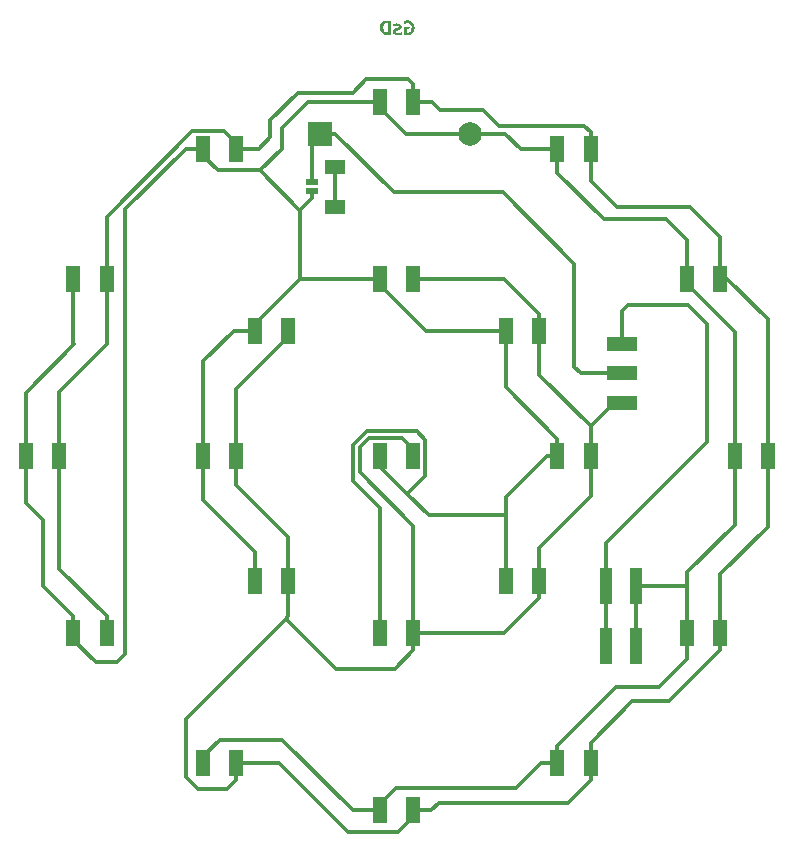
<source format=gbr>
G04 #@! TF.GenerationSoftware,KiCad,Pcbnew,5.1.4+dfsg1-1*
G04 #@! TF.CreationDate,2019-11-28T07:22:53-08:00*
G04 #@! TF.ProjectId,xmas-led-002,786d6173-2d6c-4656-942d-3030322e6b69,v1_00*
G04 #@! TF.SameCoordinates,PX6cd5f04PY3385f10*
G04 #@! TF.FileFunction,Copper,L2,Bot*
G04 #@! TF.FilePolarity,Positive*
%FSLAX46Y46*%
G04 Gerber Fmt 4.6, Leading zero omitted, Abs format (unit mm)*
G04 Created by KiCad (PCBNEW 5.1.4+dfsg1-1) date 2019-11-28 07:22:53*
%MOMM*%
%LPD*%
G04 APERTURE LIST*
%ADD10C,0.010000*%
%ADD11R,1.700000X1.200000*%
%ADD12R,1.000000X0.500000*%
%ADD13R,1.000000X3.150000*%
%ADD14R,2.500000X1.250000*%
%ADD15C,2.000000*%
%ADD16R,2.000000X2.000000*%
%ADD17R,1.200000X2.300000*%
%ADD18C,0.300000*%
G04 APERTURE END LIST*
D10*
G36*
X35067875Y-9117951D02*
G01*
X34928606Y-9121176D01*
X34822148Y-9132258D01*
X34739336Y-9153565D01*
X34671004Y-9187465D01*
X34607988Y-9236328D01*
X34607263Y-9236982D01*
X34537463Y-9316680D01*
X34491446Y-9411702D01*
X34467042Y-9529312D01*
X34462081Y-9676772D01*
X34463569Y-9717983D01*
X34483420Y-9880816D01*
X34527606Y-10011949D01*
X34598352Y-10113287D01*
X34697881Y-10186731D01*
X34828417Y-10234187D01*
X34992184Y-10257556D01*
X35097697Y-10260833D01*
X35284833Y-10260833D01*
X35284833Y-10112667D01*
X35115500Y-10112667D01*
X34993461Y-10112667D01*
X34878528Y-10101347D01*
X34798197Y-10073395D01*
X34716922Y-10007792D01*
X34662272Y-9911724D01*
X34633632Y-9783786D01*
X34628666Y-9686432D01*
X34637680Y-9537941D01*
X34666650Y-9424485D01*
X34718467Y-9342358D01*
X34796024Y-9287852D01*
X34902212Y-9257262D01*
X34969495Y-9249592D01*
X35115500Y-9239145D01*
X35115500Y-10112667D01*
X35284833Y-10112667D01*
X35284833Y-9117833D01*
X35067875Y-9117951D01*
X35067875Y-9117951D01*
G37*
X35067875Y-9117951D02*
X34928606Y-9121176D01*
X34822148Y-9132258D01*
X34739336Y-9153565D01*
X34671004Y-9187465D01*
X34607988Y-9236328D01*
X34607263Y-9236982D01*
X34537463Y-9316680D01*
X34491446Y-9411702D01*
X34467042Y-9529312D01*
X34462081Y-9676772D01*
X34463569Y-9717983D01*
X34483420Y-9880816D01*
X34527606Y-10011949D01*
X34598352Y-10113287D01*
X34697881Y-10186731D01*
X34828417Y-10234187D01*
X34992184Y-10257556D01*
X35097697Y-10260833D01*
X35284833Y-10260833D01*
X35284833Y-10112667D01*
X35115500Y-10112667D01*
X34993461Y-10112667D01*
X34878528Y-10101347D01*
X34798197Y-10073395D01*
X34716922Y-10007792D01*
X34662272Y-9911724D01*
X34633632Y-9783786D01*
X34628666Y-9686432D01*
X34637680Y-9537941D01*
X34666650Y-9424485D01*
X34718467Y-9342358D01*
X34796024Y-9287852D01*
X34902212Y-9257262D01*
X34969495Y-9249592D01*
X35115500Y-9239145D01*
X35115500Y-10112667D01*
X35284833Y-10112667D01*
X35284833Y-9117833D01*
X35067875Y-9117951D01*
G36*
X35714923Y-9365362D02*
G01*
X35645849Y-9376335D01*
X35608274Y-9389240D01*
X35591637Y-9410819D01*
X35585378Y-9447819D01*
X35585349Y-9448117D01*
X35578948Y-9513784D01*
X35737256Y-9503625D01*
X35853946Y-9499711D01*
X35935953Y-9506362D01*
X35989913Y-9524932D01*
X36022462Y-9556779D01*
X36025800Y-9562583D01*
X36036908Y-9615472D01*
X36009213Y-9662882D01*
X35941356Y-9706410D01*
X35882878Y-9730574D01*
X35756514Y-9778376D01*
X35665174Y-9818812D01*
X35603314Y-9856617D01*
X35565389Y-9896522D01*
X35545854Y-9943260D01*
X35539166Y-10001561D01*
X35538833Y-10024217D01*
X35545439Y-10093458D01*
X35571392Y-10143754D01*
X35601715Y-10175589D01*
X35684299Y-10228029D01*
X35795655Y-10263442D01*
X35925079Y-10280087D01*
X36061864Y-10276220D01*
X36142083Y-10263528D01*
X36187864Y-10246303D01*
X36207777Y-10210937D01*
X36212284Y-10180450D01*
X36218985Y-10110834D01*
X36106451Y-10127625D01*
X35955146Y-10143325D01*
X35839036Y-10140191D01*
X35759180Y-10118321D01*
X35725966Y-10092598D01*
X35697747Y-10051874D01*
X35687000Y-10025655D01*
X35706914Y-9986403D01*
X35762814Y-9943922D01*
X35848941Y-9901998D01*
X35908642Y-9880035D01*
X35993412Y-9846019D01*
X36072579Y-9804549D01*
X36122896Y-9769423D01*
X36170077Y-9720880D01*
X36190812Y-9673003D01*
X36195000Y-9614685D01*
X36175942Y-9524150D01*
X36121824Y-9450848D01*
X36037227Y-9397158D01*
X35926730Y-9365460D01*
X35794917Y-9358132D01*
X35714923Y-9365362D01*
X35714923Y-9365362D01*
G37*
X35714923Y-9365362D02*
X35645849Y-9376335D01*
X35608274Y-9389240D01*
X35591637Y-9410819D01*
X35585378Y-9447819D01*
X35585349Y-9448117D01*
X35578948Y-9513784D01*
X35737256Y-9503625D01*
X35853946Y-9499711D01*
X35935953Y-9506362D01*
X35989913Y-9524932D01*
X36022462Y-9556779D01*
X36025800Y-9562583D01*
X36036908Y-9615472D01*
X36009213Y-9662882D01*
X35941356Y-9706410D01*
X35882878Y-9730574D01*
X35756514Y-9778376D01*
X35665174Y-9818812D01*
X35603314Y-9856617D01*
X35565389Y-9896522D01*
X35545854Y-9943260D01*
X35539166Y-10001561D01*
X35538833Y-10024217D01*
X35545439Y-10093458D01*
X35571392Y-10143754D01*
X35601715Y-10175589D01*
X35684299Y-10228029D01*
X35795655Y-10263442D01*
X35925079Y-10280087D01*
X36061864Y-10276220D01*
X36142083Y-10263528D01*
X36187864Y-10246303D01*
X36207777Y-10210937D01*
X36212284Y-10180450D01*
X36218985Y-10110834D01*
X36106451Y-10127625D01*
X35955146Y-10143325D01*
X35839036Y-10140191D01*
X35759180Y-10118321D01*
X35725966Y-10092598D01*
X35697747Y-10051874D01*
X35687000Y-10025655D01*
X35706914Y-9986403D01*
X35762814Y-9943922D01*
X35848941Y-9901998D01*
X35908642Y-9880035D01*
X35993412Y-9846019D01*
X36072579Y-9804549D01*
X36122896Y-9769423D01*
X36170077Y-9720880D01*
X36190812Y-9673003D01*
X36195000Y-9614685D01*
X36175942Y-9524150D01*
X36121824Y-9450848D01*
X36037227Y-9397158D01*
X35926730Y-9365460D01*
X35794917Y-9358132D01*
X35714923Y-9365362D01*
G36*
X36607086Y-9111601D02*
G01*
X36554833Y-9126495D01*
X36503918Y-9150870D01*
X36481122Y-9185795D01*
X36474180Y-9230718D01*
X36470767Y-9281805D01*
X36478415Y-9302905D01*
X36506752Y-9299039D01*
X36562152Y-9276583D01*
X36670584Y-9249130D01*
X36788813Y-9247810D01*
X36898987Y-9271866D01*
X36944829Y-9292806D01*
X37029501Y-9359807D01*
X37086667Y-9450882D01*
X37118224Y-9570261D01*
X37126333Y-9696563D01*
X37113312Y-9850285D01*
X37074186Y-9970724D01*
X37008867Y-10057993D01*
X36917264Y-10112206D01*
X36799286Y-10133477D01*
X36779658Y-10133833D01*
X36705091Y-10132133D01*
X36657980Y-10121764D01*
X36632024Y-10094825D01*
X36620921Y-10043416D01*
X36618372Y-9959636D01*
X36618333Y-9931542D01*
X36618333Y-9754946D01*
X36740041Y-9748598D01*
X36808856Y-9743599D01*
X36846096Y-9734199D01*
X36862508Y-9714996D01*
X36868447Y-9684042D01*
X36875145Y-9625833D01*
X36470166Y-9625833D01*
X36470166Y-10214359D01*
X36538958Y-10238830D01*
X36623914Y-10259276D01*
X36728323Y-10270713D01*
X36835042Y-10272477D01*
X36926923Y-10263902D01*
X36962747Y-10255267D01*
X37086081Y-10196253D01*
X37179842Y-10109079D01*
X37244947Y-9992338D01*
X37282308Y-9844623D01*
X37291352Y-9749879D01*
X37286350Y-9571510D01*
X37251238Y-9422132D01*
X37185254Y-9300230D01*
X37087642Y-9204291D01*
X36988904Y-9146436D01*
X36870441Y-9109896D01*
X36736641Y-9097984D01*
X36607086Y-9111601D01*
X36607086Y-9111601D01*
G37*
X36607086Y-9111601D02*
X36554833Y-9126495D01*
X36503918Y-9150870D01*
X36481122Y-9185795D01*
X36474180Y-9230718D01*
X36470767Y-9281805D01*
X36478415Y-9302905D01*
X36506752Y-9299039D01*
X36562152Y-9276583D01*
X36670584Y-9249130D01*
X36788813Y-9247810D01*
X36898987Y-9271866D01*
X36944829Y-9292806D01*
X37029501Y-9359807D01*
X37086667Y-9450882D01*
X37118224Y-9570261D01*
X37126333Y-9696563D01*
X37113312Y-9850285D01*
X37074186Y-9970724D01*
X37008867Y-10057993D01*
X36917264Y-10112206D01*
X36799286Y-10133477D01*
X36779658Y-10133833D01*
X36705091Y-10132133D01*
X36657980Y-10121764D01*
X36632024Y-10094825D01*
X36620921Y-10043416D01*
X36618372Y-9959636D01*
X36618333Y-9931542D01*
X36618333Y-9754946D01*
X36740041Y-9748598D01*
X36808856Y-9743599D01*
X36846096Y-9734199D01*
X36862508Y-9714996D01*
X36868447Y-9684042D01*
X36875145Y-9625833D01*
X36470166Y-9625833D01*
X36470166Y-10214359D01*
X36538958Y-10238830D01*
X36623914Y-10259276D01*
X36728323Y-10270713D01*
X36835042Y-10272477D01*
X36926923Y-10263902D01*
X36962747Y-10255267D01*
X37086081Y-10196253D01*
X37179842Y-10109079D01*
X37244947Y-9992338D01*
X37282308Y-9844623D01*
X37291352Y-9749879D01*
X37286350Y-9571510D01*
X37251238Y-9422132D01*
X37185254Y-9300230D01*
X37087642Y-9204291D01*
X36988904Y-9146436D01*
X36870441Y-9109896D01*
X36736641Y-9097984D01*
X36607086Y-9111601D01*
D11*
X30652000Y-24877500D03*
X30652000Y-21477500D03*
D12*
X28702000Y-23577500D03*
X28702000Y-22777500D03*
D13*
X56134000Y-62024500D03*
X56134000Y-56974500D03*
X53594000Y-62024500D03*
X53594000Y-56974500D03*
D14*
X54927500Y-41454000D03*
X54927500Y-38954000D03*
X54927500Y-36454000D03*
D15*
X42077500Y-18694000D03*
D16*
X29377500Y-18694000D03*
D17*
X8496738Y-30974000D03*
X11296738Y-30974000D03*
X19477500Y-19993238D03*
X22277500Y-19993238D03*
X34477500Y-15974000D03*
X37277500Y-15974000D03*
X49477500Y-19993238D03*
X52277500Y-19993238D03*
X60458262Y-30974000D03*
X63258262Y-30974000D03*
X64477500Y-45974000D03*
X67277500Y-45974000D03*
X60458262Y-60974000D03*
X63258262Y-60974000D03*
X49477500Y-71954762D03*
X52277500Y-71954762D03*
X34477500Y-75974000D03*
X37277500Y-75974000D03*
X19477500Y-71954762D03*
X22277500Y-71954762D03*
X8496738Y-60974000D03*
X11296738Y-60974000D03*
X4477500Y-45974000D03*
X7277500Y-45974000D03*
X23870898Y-35367398D03*
X26670898Y-35367398D03*
X34477500Y-30974000D03*
X37277500Y-30974000D03*
X45084102Y-35367398D03*
X47884102Y-35367398D03*
X49477500Y-45974000D03*
X52277500Y-45974000D03*
X45084102Y-56580602D03*
X47884102Y-56580602D03*
X34477500Y-60974000D03*
X37277500Y-60974000D03*
X23870898Y-56580602D03*
X26670898Y-56580602D03*
X19477500Y-45974000D03*
X22277500Y-45974000D03*
X34477500Y-45974000D03*
X37277500Y-45974000D03*
D18*
X30677500Y-18694000D02*
X35637500Y-23654000D01*
X29377500Y-18694000D02*
X30677500Y-18694000D01*
X35637500Y-23654000D02*
X44827500Y-23654000D01*
X44827500Y-23654000D02*
X50877500Y-29704000D01*
X50877500Y-29704000D02*
X50877500Y-38404000D01*
X51427500Y-38954000D02*
X54927500Y-38954000D01*
X50877500Y-38404000D02*
X51427500Y-38954000D01*
X28702000Y-19369500D02*
X29377500Y-18694000D01*
X28702000Y-22777500D02*
X28702000Y-19369500D01*
X63258262Y-30974000D02*
X63258262Y-27434762D01*
X63258262Y-27434762D02*
X60727500Y-24904000D01*
X60727500Y-24904000D02*
X54527500Y-24904000D01*
X52277500Y-22654000D02*
X52277500Y-19993238D01*
X54527500Y-24904000D02*
X52277500Y-22654000D01*
X38827500Y-15974000D02*
X37277500Y-15974000D01*
X52277500Y-18543238D02*
X51738262Y-18004000D01*
X52277500Y-19993238D02*
X52277500Y-18543238D01*
X51738262Y-18004000D02*
X44527500Y-18004000D01*
X44527500Y-18004000D02*
X43177500Y-16654000D01*
X43177500Y-16654000D02*
X39507500Y-16654000D01*
X39507500Y-16654000D02*
X38827500Y-15974000D01*
X37277500Y-14524000D02*
X36807500Y-14054000D01*
X37277500Y-15974000D02*
X37277500Y-14524000D01*
X24188262Y-19993238D02*
X22277500Y-19993238D01*
X25177500Y-19004000D02*
X24188262Y-19993238D01*
X25177500Y-17554000D02*
X27527500Y-15204000D01*
X25177500Y-17554000D02*
X25177500Y-19004000D01*
X32127500Y-15204000D02*
X33277500Y-14054000D01*
X27527500Y-15204000D02*
X32127500Y-15204000D01*
X36807500Y-14054000D02*
X33277500Y-14054000D01*
X67277500Y-45974000D02*
X67277500Y-51954000D01*
X63258262Y-55973238D02*
X63258262Y-60974000D01*
X67277500Y-51954000D02*
X63258262Y-55973238D01*
X63258262Y-62424000D02*
X58928262Y-66754000D01*
X63258262Y-60974000D02*
X63258262Y-62424000D01*
X58928262Y-66754000D02*
X55827500Y-66754000D01*
X52277500Y-70304000D02*
X52277500Y-71954762D01*
X55827500Y-66754000D02*
X52277500Y-70304000D01*
X52277500Y-73404762D02*
X50328262Y-75354000D01*
X52277500Y-71954762D02*
X52277500Y-73404762D01*
X50328262Y-75354000D02*
X39427500Y-75354000D01*
X38807500Y-75974000D02*
X37277500Y-75974000D01*
X39427500Y-75354000D02*
X38807500Y-75974000D01*
X25878262Y-71954762D02*
X22277500Y-71954762D01*
X31727500Y-77804000D02*
X25878262Y-71954762D01*
X35997500Y-77804000D02*
X31727500Y-77804000D01*
X37277500Y-75974000D02*
X37277500Y-76524000D01*
X37277500Y-76524000D02*
X35997500Y-77804000D01*
X7277500Y-55504762D02*
X7277500Y-45974000D01*
X11296738Y-60974000D02*
X11296738Y-59524000D01*
X11296738Y-59524000D02*
X7277500Y-55504762D01*
X7277500Y-45974000D02*
X7277500Y-40554000D01*
X11296738Y-36534762D02*
X11296738Y-30974000D01*
X7277500Y-40554000D02*
X11296738Y-36534762D01*
X22277500Y-19443238D02*
X22277500Y-19993238D01*
X21277499Y-18443237D02*
X22277500Y-19443238D01*
X18557499Y-18443237D02*
X21277499Y-18443237D01*
X11296738Y-25703998D02*
X18557499Y-18443237D01*
X11296738Y-30974000D02*
X11296738Y-25703998D01*
X22277500Y-73404762D02*
X21528262Y-74154000D01*
X22277500Y-71954762D02*
X22277500Y-73404762D01*
X21528262Y-74154000D02*
X19027500Y-74154000D01*
X19027500Y-74154000D02*
X18027500Y-73154000D01*
X18027500Y-73154000D02*
X18027500Y-68204000D01*
X26670898Y-59560602D02*
X26670898Y-56580602D01*
X33557499Y-44423999D02*
X32727500Y-45253998D01*
X36277499Y-44423999D02*
X33557499Y-44423999D01*
X37277500Y-45974000D02*
X37277500Y-45424000D01*
X37277500Y-45424000D02*
X36277499Y-44423999D01*
X32727500Y-45253998D02*
X32727500Y-47354000D01*
X37277500Y-51904000D02*
X37277500Y-60974000D01*
X32727500Y-47354000D02*
X37277500Y-51904000D01*
X38177500Y-60974000D02*
X37277500Y-60974000D01*
X44940704Y-60974000D02*
X38177500Y-60974000D01*
X47884102Y-58030602D02*
X44940704Y-60974000D01*
X47884102Y-56580602D02*
X47884102Y-58030602D01*
X47884102Y-56580602D02*
X47884102Y-53797398D01*
X52277500Y-49404000D02*
X52277500Y-45974000D01*
X47884102Y-53797398D02*
X52277500Y-49404000D01*
X54302500Y-41454000D02*
X54927500Y-41454000D01*
X52277500Y-43479000D02*
X54302500Y-41454000D01*
X52277500Y-45974000D02*
X52277500Y-43479000D01*
X47884102Y-39085602D02*
X47884102Y-35367398D01*
X52277500Y-43479000D02*
X47884102Y-39085602D01*
X38177500Y-30974000D02*
X37277500Y-30974000D01*
X44940704Y-30974000D02*
X38177500Y-30974000D01*
X47884102Y-33917398D02*
X44940704Y-30974000D01*
X47884102Y-35367398D02*
X47884102Y-33917398D01*
X22277500Y-40310796D02*
X22277500Y-45974000D01*
X26670898Y-35367398D02*
X26670898Y-35917398D01*
X26670898Y-35917398D02*
X22277500Y-40310796D01*
X22277500Y-45974000D02*
X22277500Y-48404000D01*
X26670898Y-52797398D02*
X26670898Y-56580602D01*
X22277500Y-48404000D02*
X26670898Y-52797398D01*
X37277500Y-62424000D02*
X35697500Y-64004000D01*
X37277500Y-60974000D02*
X37277500Y-62424000D01*
X30727500Y-64004000D02*
X26477500Y-59754000D01*
X35697500Y-64004000D02*
X30727500Y-64004000D01*
X18027500Y-68204000D02*
X26477500Y-59754000D01*
X26477500Y-59754000D02*
X26670898Y-59560602D01*
X67277500Y-34384500D02*
X67277500Y-45974000D01*
X63258262Y-30974000D02*
X63867000Y-30974000D01*
X63867000Y-30974000D02*
X67277500Y-34384500D01*
X60458262Y-30974000D02*
X60458262Y-27684762D01*
X60458262Y-27684762D02*
X58677500Y-25904000D01*
X58677500Y-25904000D02*
X53377500Y-25904000D01*
X49477500Y-22004000D02*
X49477500Y-19993238D01*
X53377500Y-25904000D02*
X49477500Y-22004000D01*
X45067500Y-18694000D02*
X42077500Y-18694000D01*
X49477500Y-19993238D02*
X46366738Y-19993238D01*
X46366738Y-19993238D02*
X45067500Y-18694000D01*
X34477500Y-16524000D02*
X34477500Y-15974000D01*
X36647500Y-18694000D02*
X34477500Y-16524000D01*
X42077500Y-18694000D02*
X36647500Y-18694000D01*
X28357500Y-15974000D02*
X34477500Y-15974000D01*
X19477500Y-19993238D02*
X19477500Y-20543238D01*
X19477500Y-20543238D02*
X20738262Y-21804000D01*
X20738262Y-21804000D02*
X24277500Y-21804000D01*
X24277500Y-21804000D02*
X26127500Y-19954000D01*
X26127500Y-19954000D02*
X26127500Y-18204000D01*
X26127500Y-18204000D02*
X28357500Y-15974000D01*
X64477500Y-45974000D02*
X64477500Y-51804000D01*
X64477500Y-51804000D02*
X60458262Y-55823238D01*
X49477500Y-70504762D02*
X54428262Y-65554000D01*
X49477500Y-71954762D02*
X49477500Y-70504762D01*
X54428262Y-65554000D02*
X58077500Y-65554000D01*
X60458262Y-63173238D02*
X60458262Y-60974000D01*
X58077500Y-65554000D02*
X60458262Y-63173238D01*
X34477500Y-75424000D02*
X35797500Y-74104000D01*
X34477500Y-75974000D02*
X34477500Y-75424000D01*
X35797500Y-74104000D02*
X45927500Y-74104000D01*
X48076738Y-71954762D02*
X49477500Y-71954762D01*
X45927500Y-74104000D02*
X48076738Y-71954762D01*
X34477500Y-75974000D02*
X32147500Y-75974000D01*
X32147500Y-75974000D02*
X26177500Y-70004000D01*
X19477500Y-71404762D02*
X19477500Y-71954762D01*
X20878262Y-70004000D02*
X19477500Y-71404762D01*
X26177500Y-70004000D02*
X20878262Y-70004000D01*
X8496738Y-59524000D02*
X5927500Y-56954762D01*
X8496738Y-60974000D02*
X8496738Y-59524000D01*
X5927500Y-56954762D02*
X5927500Y-51404000D01*
X4477500Y-49954000D02*
X4477500Y-45974000D01*
X5927500Y-51404000D02*
X4477500Y-49954000D01*
X4477500Y-45974000D02*
X4477500Y-40604000D01*
X4477500Y-40604000D02*
X8577500Y-36504000D01*
X8496738Y-36423238D02*
X8496738Y-30974000D01*
X8577500Y-36504000D02*
X8496738Y-36423238D01*
X19477500Y-19993238D02*
X17988262Y-19993238D01*
X17988262Y-19993238D02*
X12877500Y-25104000D01*
X12877500Y-25104000D02*
X12877500Y-62704000D01*
X12877500Y-62704000D02*
X12177500Y-63404000D01*
X8496738Y-61524000D02*
X8496738Y-60974000D01*
X10376738Y-63404000D02*
X8496738Y-61524000D01*
X12177500Y-63404000D02*
X10376738Y-63404000D01*
X23870898Y-56580602D02*
X23870898Y-54097398D01*
X19477500Y-49704000D02*
X19477500Y-45974000D01*
X23870898Y-54097398D02*
X19477500Y-49704000D01*
X19477500Y-45974000D02*
X19477500Y-37954000D01*
X22064102Y-35367398D02*
X23870898Y-35367398D01*
X19477500Y-37954000D02*
X22064102Y-35367398D01*
X27714296Y-30974000D02*
X34477500Y-30974000D01*
X23870898Y-35367398D02*
X23870898Y-34817398D01*
X23870898Y-34817398D02*
X27714296Y-30974000D01*
X38320898Y-35367398D02*
X45084102Y-35367398D01*
X34477500Y-30974000D02*
X34477500Y-31524000D01*
X34477500Y-31524000D02*
X38320898Y-35367398D01*
X45084102Y-40130602D02*
X45084102Y-35367398D01*
X49477500Y-45974000D02*
X49477500Y-44524000D01*
X49477500Y-44524000D02*
X45084102Y-40130602D01*
X48577500Y-45974000D02*
X49477500Y-45974000D01*
X45084102Y-49467398D02*
X48577500Y-45974000D01*
X38607500Y-51004000D02*
X45084102Y-51004000D01*
X34477500Y-45974000D02*
X34477500Y-46874000D01*
X45084102Y-56580602D02*
X45084102Y-51004000D01*
X45084102Y-51004000D02*
X45084102Y-49467398D01*
X34477500Y-60974000D02*
X34477500Y-50354000D01*
X33329678Y-43873989D02*
X37547489Y-43873989D01*
X32177490Y-45026177D02*
X33329678Y-43873989D01*
X34477500Y-50354000D02*
X32177490Y-48053990D01*
X32177490Y-48053990D02*
X32177490Y-45026177D01*
X38277501Y-44604001D02*
X38277501Y-47653999D01*
X37547489Y-43873989D02*
X38277501Y-44604001D01*
X36857500Y-49074000D02*
X36857500Y-49254000D01*
X38277501Y-47653999D02*
X36857500Y-49074000D01*
X34477500Y-46874000D02*
X36857500Y-49254000D01*
X36857500Y-49254000D02*
X38607500Y-51004000D01*
X27714296Y-25240796D02*
X24277500Y-21804000D01*
X27714296Y-30974000D02*
X27714296Y-25240796D01*
X64477500Y-45974000D02*
X64477500Y-44974000D01*
X64477500Y-35458000D02*
X64477500Y-45974000D01*
X60458262Y-30974000D02*
X60458262Y-31438762D01*
X60458262Y-31438762D02*
X64477500Y-35458000D01*
X56134000Y-56974500D02*
X56134000Y-62024500D01*
X60403500Y-56974500D02*
X60458262Y-57029262D01*
X56134000Y-56974500D02*
X60403500Y-56974500D01*
X60458262Y-55823238D02*
X60458262Y-57029262D01*
X60458262Y-57029262D02*
X60458262Y-60974000D01*
X27714296Y-25115204D02*
X27714296Y-25240796D01*
X28702000Y-24127500D02*
X27714296Y-25115204D01*
X28702000Y-23577500D02*
X28702000Y-24127500D01*
X54927500Y-36454000D02*
X54927500Y-33718500D01*
X54927500Y-33718500D02*
X55435500Y-33210500D01*
X55435500Y-33210500D02*
X60515500Y-33210500D01*
X60515500Y-33210500D02*
X62103000Y-34798000D01*
X62103000Y-34798000D02*
X62103000Y-44831000D01*
X53594000Y-53340000D02*
X53594000Y-56974500D01*
X62103000Y-44831000D02*
X53594000Y-53340000D01*
X53594000Y-58049500D02*
X53594000Y-62024500D01*
X53594000Y-56974500D02*
X53594000Y-58049500D01*
X30652000Y-21477500D02*
X30652000Y-24877500D01*
M02*

</source>
